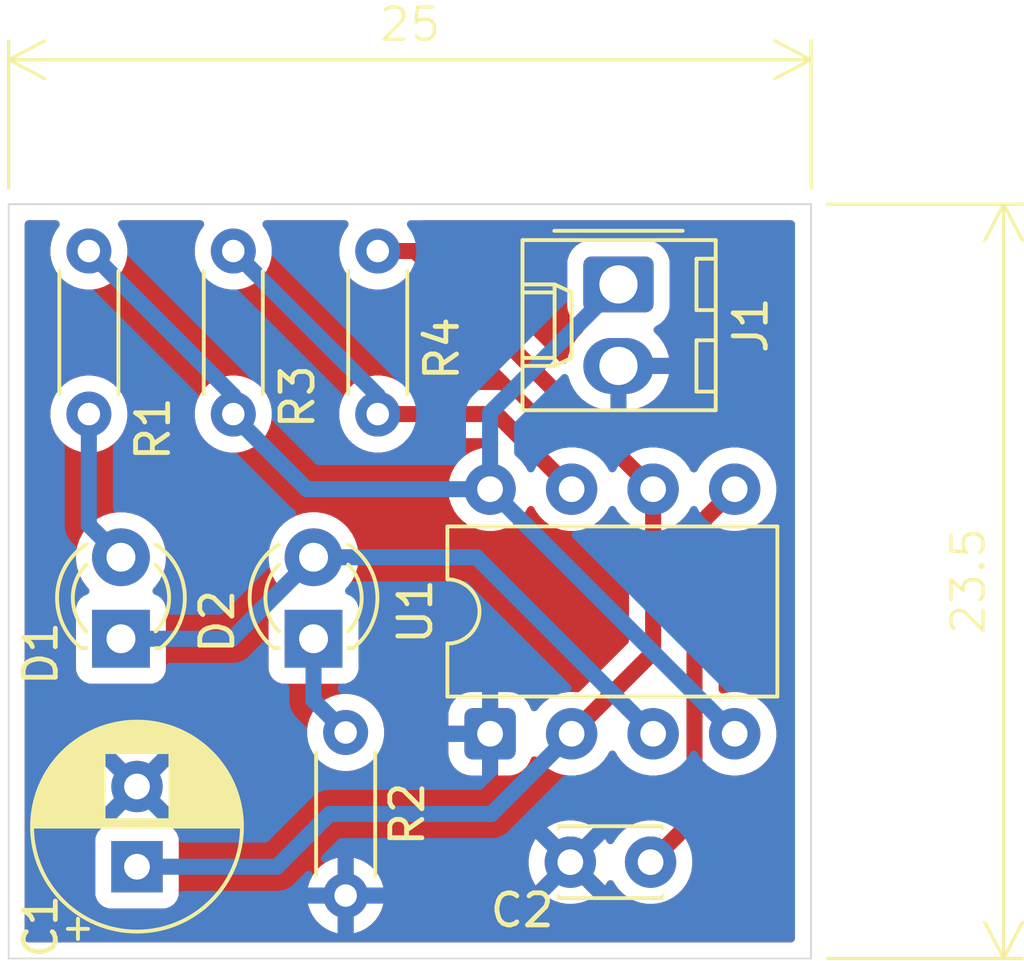
<source format=kicad_pcb>
(kicad_pcb (version 20241229) (generator "pcbnew") (generator_version "9.0")
  (layers (0 "F.Cu" signal) (2 "B.Cu" signal) (13 "F.Paste" user) (15 "B.Paste" user) (5 "F.SilkS" user "F.Silkscreen") (7 "B.SilkS" user "B.Silkscreen") (1 "F.Mask" user) (3 "B.Mask" user) (25 "Edge.Cuts" user))
  (net 0 "")
  (net 1 "GND")
  (net 2 "Net-(U1-THR)")
  (net 3 "Net-(U1-CV)")
  (net 4 "Net-(D1-A)")
  (net 5 "Net-(D1-K)")
  (net 6 "Net-(D2-K)")
  (net 7 "+5V")
  (net 8 "Net-(U1-DIS)")
  (footprint "Capacitor_THT:CP_Radial_D6.3mm_P2.50mm" (layer "F.Cu") (at 131 107.64238 90)
    (property "Reference" "C1" (at -1.85762 -3 90) (layer "F.SilkS"))
    (property "Value" "10uF")
    (fp_line (start 1.33 -3.23) (end 1.33 3.23) (stroke (width 0.12)) (layer "F.SilkS"))
    (fp_line (start 1.29 -3.23) (end 1.29 3.23) (stroke (width 0.12)) (layer "F.SilkS"))
    (fp_line (start 1.25 -3.23) (end 1.25 3.23) (stroke (width 0.12)) (layer "F.SilkS"))
    (fp_line (start 1.37 -3.228) (end 1.37 3.228) (stroke (width 0.12)) (layer "F.SilkS"))
    (fp_line (start 1.41 -3.227) (end 1.41 3.227) (stroke (width 0.12)) (layer "F.SilkS"))
    (fp_line (start 1.45 -3.224) (end 1.45 3.224) (stroke (width 0.12)) (layer "F.SilkS"))
    (fp_line (start 1.49 -3.222) (end 1.49 -1.04) (stroke (width 0.12)) (layer "F.SilkS"))
    (fp_line (start 1.53 -3.218) (end 1.53 -1.04) (stroke (width 0.12)) (layer "F.SilkS"))
    (fp_line (start 1.57 -3.215) (end 1.57 -1.04) (stroke (width 0.12)) (layer "F.SilkS"))
    (fp_line (start 1.61 -3.211) (end 1.61 -1.04) (stroke (width 0.12)) (layer "F.SilkS"))
    (fp_line (start 1.65 -3.206) (end 1.65 -1.04) (stroke (width 0.12)) (layer "F.SilkS"))
    (fp_line (start 1.69 -3.201) (end 1.69 -1.04) (stroke (width 0.12)) (layer "F.SilkS"))
    (fp_line (start 1.73 -3.195) (end 1.73 -1.04) (stroke (width 0.12)) (layer "F.SilkS"))
    (fp_line (start 1.77 -3.189) (end 1.77 -1.04) (stroke (width 0.12)) (layer "F.SilkS"))
    (fp_line (start 1.81 -3.182) (end 1.81 -1.04) (stroke (width 0.12)) (layer "F.SilkS"))
    (fp_line (start 1.85 -3.175) (end 1.85 -1.04) (stroke (width 0.12)) (layer "F.SilkS"))
    (fp_line (start 1.89 -3.167) (end 1.89 -1.04) (stroke (width 0.12)) (layer "F.SilkS"))
    (fp_line (start 1.93 -3.159) (end 1.93 -1.04) (stroke (width 0.12)) (layer "F.SilkS"))
    (fp_line (start 1.971 -3.15) (end 1.971 -1.04) (stroke (width 0.12)) (layer "F.SilkS"))
    (fp_line (start 2.011 -3.141) (end 2.011 -1.04) (stroke (width 0.12)) (layer "F.SilkS"))
    (fp_line (start 2.051 -3.131) (end 2.051 -1.04) (stroke (width 0.12)) (layer "F.SilkS"))
    (fp_line (start 2.091 -3.121) (end 2.091 -1.04) (stroke (width 0.12)) (layer "F.SilkS"))
    (fp_line (start 2.131 -3.11) (end 2.131 -1.04) (stroke (width 0.12)) (layer "F.SilkS"))
    (fp_line (start 2.171 -3.098) (end 2.171 -1.04) (stroke (width 0.12)) (layer "F.SilkS"))
    (fp_line (start 2.211 -3.086) (end 2.211 -1.04) (stroke (width 0.12)) (layer "F.SilkS"))
    (fp_line (start 2.251 -3.074) (end 2.251 -1.04) (stroke (width 0.12)) (layer "F.SilkS"))
    (fp_line (start 2.291 -3.061) (end 2.291 -1.04) (stroke (width 0.12)) (layer "F.SilkS"))
    (fp_line (start 2.331 -3.047) (end 2.331 -1.04) (stroke (width 0.12)) (layer "F.SilkS"))
    (fp_line (start 2.371 -3.033) (end 2.371 -1.04) (stroke (width 0.12)) (layer "F.SilkS"))
    (fp_line (start 2.411 -3.018) (end 2.411 -1.04) (stroke (width 0.12)) (layer "F.SilkS"))
    (fp_line (start 2.451 -3.002) (end 2.451 -1.04) (stroke (width 0.12)) (layer "F.SilkS"))
    (fp_line (start 2.491 -2.986) (end 2.491 -1.04) (stroke (width 0.12)) (layer "F.SilkS"))
    (fp_line (start 2.531 -2.97) (end 2.531 -1.04) (stroke (width 0.12)) (layer "F.SilkS"))
    (fp_line (start 2.571 -2.952) (end 2.571 -1.04) (stroke (width 0.12)) (layer "F.SilkS"))
    (fp_line (start 2.611 -2.934) (end 2.611 -1.04) (stroke (width 0.12)) (layer "F.SilkS"))
    (fp_line (start 2.651 -2.916) (end 2.651 -1.04) (stroke (width 0.12)) (layer "F.SilkS"))
    (fp_line (start 2.691 -2.896) (end 2.691 -1.04) (stroke (width 0.12)) (layer "F.SilkS"))
    (fp_line (start 2.731 -2.876) (end 2.731 -1.04) (stroke (width 0.12)) (layer "F.SilkS"))
    (fp_line (start 2.771 -2.856) (end 2.771 -1.04) (stroke (width 0.12)) (layer "F.SilkS"))
    (fp_line (start 2.811 -2.834) (end 2.811 -1.04) (stroke (width 0.12)) (layer "F.SilkS"))
    (fp_line (start 2.851 -2.812) (end 2.851 -1.04) (stroke (width 0.12)) (layer "F.SilkS"))
    (fp_line (start 2.891 -2.79) (end 2.891 -1.04) (stroke (width 0.12)) (layer "F.SilkS"))
    (fp_line (start 2.931 -2.766) (end 2.931 -1.04) (stroke (width 0.12)) (layer "F.SilkS"))
    (fp_line (start 2.971 -2.742) (end 2.971 -1.04) (stroke (width 0.12)) (layer "F.SilkS"))
    (fp_line (start 3.011 -2.716) (end 3.011 -1.04) (stroke (width 0.12)) (layer "F.SilkS"))
    (fp_line (start 3.051 -2.69) (end 3.051 -1.04) (stroke (width 0.12)) (layer "F.SilkS"))
    (fp_line (start 3.091 -2.664) (end 3.091 -1.04) (stroke (width 0.12)) (layer "F.SilkS"))
    (fp_line (start 3.131 -2.636) (end 3.131 -1.04) (stroke (width 0.12)) (layer "F.SilkS"))
    (fp_line (start 3.171 -2.607) (end 3.171 -1.04) (stroke (width 0.12)) (layer "F.SilkS"))
    (fp_line (start 3.211 -2.578) (end 3.211 -1.04) (stroke (width 0.12)) (layer "F.SilkS"))
    (fp_line (start 3.251 -2.548) (end 3.251 -1.04) (stroke (width 0.12)) (layer "F.SilkS"))
    (fp_line (start 3.291 -2.516) (end 3.291 -1.04) (stroke (width 0.12)) (layer "F.SilkS"))
    (fp_line (start 3.331 -2.484) (end 3.331 -1.04) (stroke (width 0.12)) (layer "F.SilkS"))
    (fp_line (start 3.371 -2.45) (end 3.371 -1.04) (stroke (width 0.12)) (layer "F.SilkS"))
    (fp_line (start 3.411 -2.416) (end 3.411 -1.04) (stroke (width 0.12)) (layer "F.SilkS"))
    (fp_line (start 3.451 -2.38) (end 3.451 -1.04) (stroke (width 0.12)) (layer "F.SilkS"))
    (fp_line (start 3.491 -2.343) (end 3.491 -1.04) (stroke (width 0.12)) (layer "F.SilkS"))
    (fp_line (start 3.531 -2.305) (end 3.531 -1.04) (stroke (width 0.12)) (layer "F.SilkS"))
    (fp_line (start 3.571 -2.265) (end 3.571 2.265) (stroke (width 0.12)) (layer "F.SilkS"))
    (fp_line (start 3.611 -2.224) (end 3.611 2.224) (stroke (width 0.12)) (layer "F.SilkS"))
    (fp_line (start 3.651 -2.182) (end 3.651 2.182) (stroke (width 0.12)) (layer "F.SilkS"))
    (fp_line (start -1.935241 -2.154) (end -1.935241 -1.524) (stroke (width 0.12)) (layer "F.SilkS"))
    (fp_line (start 3.691 -2.137) (end 3.691 2.137) (stroke (width 0.12)) (layer "F.SilkS"))
    (fp_line (start 3.731 -2.092) (end 3.731 2.092) (stroke (width 0.12)) (layer "F.SilkS"))
    (fp_line (start 3.771 -2.044) (end 3.771 2.044) (stroke (width 0.12)) (layer "F.SilkS"))
    (fp_line (start 3.811 -1.995) (end 3.811 1.995) (stroke (width 0.12)) (layer "F.SilkS"))
    (fp_line (start 3.851 -1.944) (end 3.851 1.944) (stroke (width 0.12)) (layer "F.SilkS"))
    (fp_line (start 3.891 -1.89) (end 3.891 1.89) (stroke (width 0.12)) (layer "F.SilkS"))
    (fp_line (start -2.250241 -1.839) (end -1.620241 -1.839) (stroke (width 0.12)) (layer "F.SilkS"))
    (fp_line (start 3.931 -1.834) (end 3.931 1.834) (stroke (width 0.12)) (layer "F.SilkS"))
    (fp_line (start 3.971 -1.776) (end 3.971 1.776) (stroke (width 0.12)) (layer "F.SilkS"))
    (fp_line (start 4.011 -1.714) (end 4.011 1.714) (stroke (width 0.12)) (layer "F.SilkS"))
    (fp_line (start 4.051 -1.65) (end 4.051 1.65) (stroke (width 0.12)) (layer "F.SilkS"))
    (fp_line (start 4.091 -1.581) (end 4.091 1.581) (stroke (width 0.12)) (layer "F.SilkS"))
    (fp_line (start 4.131 -1.509) (end 4.131 1.509) (stroke (width 0.12)) (layer "F.SilkS"))
    (fp_line (start 4.171 -1.432) (end 4.171 1.432) (stroke (width 0.12)) (layer "F.SilkS"))
    (fp_line (start 4.211 -1.35) (end 4.211 1.35) (stroke (width 0.12)) (layer "F.SilkS"))
    (fp_line (start 4.251 -1.262) (end 4.251 1.262) (stroke (width 0.12)) (layer "F.SilkS"))
    (fp_line (start 4.291 -1.165) (end 4.291 1.165) (stroke (width 0.12)) (layer "F.SilkS"))
    (fp_line (start 4.331 -1.059) (end 4.331 1.059) (stroke (width 0.12)) (layer "F.SilkS"))
    (fp_line (start 4.371 -0.94) (end 4.371 0.94) (stroke (width 0.12)) (layer "F.SilkS"))
    (fp_line (start 4.411 -0.802) (end 4.411 0.802) (stroke (width 0.12)) (layer "F.SilkS"))
    (fp_line (start 4.451 -0.633) (end 4.451 0.633) (stroke (width 0.12)) (layer "F.SilkS"))
    (fp_line (start 4.491 -0.402) (end 4.491 0.402) (stroke (width 0.12)) (layer "F.SilkS"))
    (fp_line (start 3.531 1.04) (end 3.531 2.305) (stroke (width 0.12)) (layer "F.SilkS"))
    (fp_line (start 3.491 1.04) (end 3.491 2.343) (stroke (width 0.12)) (layer "F.SilkS"))
    (fp_line (start 3.451 1.04) (end 3.451 2.38) (stroke (width 0.12)) (layer "F.SilkS"))
    (fp_line (start 3.411 1.04) (end 3.411 2.416) (stroke (width 0.12)) (layer "F.SilkS"))
    (fp_line (start 3.371 1.04) (end 3.371 2.45) (stroke (width 0.12)) (layer "F.SilkS"))
    (fp_line (start 3.331 1.04) (end 3.331 2.484) (stroke (width 0.12)) (layer "F.SilkS"))
    (fp_line (start 3.291 1.04) (end 3.291 2.516) (stroke (width 0.12)) (layer "F.SilkS"))
    (fp_line (start 3.251 1.04) (end 3.251 2.548) (stroke (width 0.12)) (layer "F.SilkS"))
    (fp_line (start 3.211 1.04) (end 3.211 2.578) (stroke (width 0.12)) (layer "F.SilkS"))
    (fp_line (start 3.171 1.04) (end 3.171 2.607) (stroke (width 0.12)) (layer "F.SilkS"))
    (fp_line (start 3.131 1.04) (end 3.131 2.636) (stroke (width 0.12)) (layer "F.SilkS"))
    (fp_line (start 3.091 1.04) (end 3.091 2.664) (stroke (width 0.12)) (layer "F.SilkS"))
    (fp_line (start 3.051 1.04) (end 3.051 2.69) (stroke (width 0.12)) (layer "F.SilkS"))
    (fp_line (start 3.011 1.04) (end 3.011 2.716) (stroke (width 0.12)) (layer "F.SilkS"))
    (fp_line (start 2.971 1.04) (end 2.971 2.742) (stroke (width 0.12)) (layer "F.SilkS"))
    (fp_line (start 2.931 1.04) (end 2.931 2.766) (stroke (width 0.12)) (layer "F.SilkS"))
    (fp_line (start 2.891 1.04) (end 2.891 2.79) (stroke (width 0.12)) (layer "F.SilkS"))
    (fp_line (start 2.851 1.04) (end 2.851 2.812) (stroke (width 0.12)) (layer "F.SilkS"))
    (fp_line (start 2.811 1.04) (end 2.811 2.834) (stroke (width 0.12)) (layer "F.SilkS"))
    (fp_line (start 2.771 1.04) (end 2.771 2.856) (stroke (width 0.12)) (layer "F.SilkS"))
    (fp_line (start 2.731 1.04) (end 2.731 2.876) (stroke (width 0.12)) (layer "F.SilkS"))
    (fp_line (start 2.691 1.04) (end 2.691 2.896) (stroke (width 0.12)) (layer "F.SilkS"))
    (fp_line (start 2.651 1.04) (end 2.651 2.916) (stroke (width 0.12)) (layer "F.SilkS"))
    (fp_line (start 2.611 1.04) (end 2.611 2.934) (stroke (width 0.12)) (layer "F.SilkS"))
    (fp_line (start 2.571 1.04) (end 2.571 2.952) (stroke (width 0.12)) (layer "F.SilkS"))
    (fp_line (start 2.531 1.04) (end 2.531 2.97) (stroke (width 0.12)) (layer "F.SilkS"))
    (fp_line (start 2.491 1.04) (end 2.491 2.986) (stroke (width 0.12)) (layer "F.SilkS"))
    (fp_line (start 2.451 1.04) (end 2.451 3.002) (stroke (width 0.12)) (layer "F.SilkS"))
    (fp_line (start 2.411 1.04) (end 2.411 3.018) (stroke (width 0.12)) (layer "F.SilkS"))
    (fp_line (start 2.371 1.04) (end 2.371 3.033) (stroke (width 0.12)) (layer "F.SilkS"))
    (fp_line (start 2.331 1.04) (end 2.331 3.047) (stroke (width 0.12)) (layer "F.SilkS"))
    (fp_line (start 2.291 1.04) (end 2.291 3.061) (stroke (width 0.12)) (layer "F.SilkS"))
    (fp_line (start 2.251 1.04) (end 2.251 3.074) (stroke (width 0.12)) (layer "F.SilkS"))
    (fp_line (start 2.211 1.04) (end 2.211 3.086) (stroke (width 0.12)) (layer "F.SilkS"))
    (fp_line (start 2.171 1.04) (end 2.171 3.098) (stroke (width 0.12)) (layer "F.SilkS"))
    (fp_line (start 2.131 1.04) (end 2.131 3.11) (stroke (width 0.12)) (layer "F.SilkS"))
    (fp_line (start 2.091 1.04) (end 2.091 3.121) (stroke (width 0.12)) (layer "F.SilkS"))
    (fp_line (start 2.051 1.04) (end 2.051 3.131) (stroke (width 0.12)) (layer "F.SilkS"))
    (fp_line (start 2.011 1.04) (end 2.011 3.141) (stroke (width 0.12)) (layer "F.SilkS"))
    (fp_line (start 1.971 1.04) (end 1.971 3.15) (stroke (width 0.12)) (layer "F.SilkS"))
    (fp_line (start 1.93 1.04) (end 1.93 3.159) (stroke (width 0.12)) (layer "F.SilkS"))
    (fp_line (start 1.89 1.04) (end 1.89 3.167) (stroke (width 0.12)) (layer "F.SilkS"))
    (fp_line (start 1.85 1.04) (end 1.85 3.175) (stroke (width 0.12)) (layer "F.SilkS"))
    (fp_line (start 1.81 1.04) (end 1.81 3.182) (stroke (width 0.12)) (layer "F.SilkS"))
    (fp_line (start 1.77 1.04) (end 1.77 3.189) (stroke (width 0.12)) (layer "F.SilkS"))
    (fp_line (start 1.73 1.04) (end 1.73 3.195) (stroke (width 0.12)) (layer "F.SilkS"))
    (fp_line (start 1.69 1.04) (end 1.69 3.201) (stroke (width 0.12)) (layer "F.SilkS"))
    (fp_line (start 1.65 1.04) (end 1.65 3.206) (stroke (width 0.12)) (layer "F.SilkS"))
    (fp_line (start 1.61 1.04) (end 1.61 3.211) (stroke (width 0.12)) (layer "F.SilkS"))
    (fp_line (start 1.57 1.04) (end 1.57 3.215) (stroke (width 0.12)) (layer "F.SilkS"))
    (fp_line (start 1.53 1.04) (end 1.53 3.218) (stroke (width 0.12)) (layer "F.SilkS"))
    (fp_line (start 1.49 1.04) (end 1.49 3.222) (stroke (width 0.12)) (layer "F.SilkS"))
    (fp_circle (center 1.25 0) (end 4.52 0) (stroke (width 0.12)) (fill no) (layer "F.SilkS"))
    (pad "1" thru_hole rect (at 0 0 90) (size 1.6 1.6) (drill 0.8) (layers "*.Cu" "*.Mask") (net 2 "Net-(U1-THR)"))
    (pad "2" thru_hole circle (at 2.5 0 90) (size 1.6 1.6) (drill 0.8) (layers "*.Cu" "*.Mask") (net 1 "GND"))
  )
  (footprint "LED_THT:LED_D3.0mm" (layer "F.Cu") (at 136.5 100.54 90)
    (property "Reference" "D2" (at 0.54 -3 90) (layer "F.SilkS"))
    (property "Value" "LED")
    (fp_line (start -0.29 -1.236) (end -0.29 -1.08) (stroke (width 0.12)) (layer "F.SilkS"))
    (fp_line (start -0.29 1.08) (end -0.29 1.236) (stroke (width 0.12)) (layer "F.SilkS"))
    (fp_arc (start -0.29 -1.235516) (mid 1.365624 -1.987701) (end 2.941397 -1.080061) (stroke (width 0.12)) (layer "F.SilkS"))
    (fp_arc (start 0.229039 -1.08) (mid 1.269964 -1.5) (end 2.31091 -1.080049) (stroke (width 0.12)) (layer "F.SilkS"))
    (fp_arc (start 2.31091 1.080049) (mid 1.269964 1.5) (end 0.229039 1.08) (stroke (width 0.12)) (layer "F.SilkS"))
    (fp_arc (start 2.941397 1.080061) (mid 1.365624 1.987701) (end -0.29 1.235516) (stroke (width 0.12)) (layer "F.SilkS"))
    (pad "1" thru_hole rect (at 0 0 90) (size 1.8 1.8) (drill 0.9) (layers "*.Cu" "*.Mask") (net 6 "Net-(D2-K)"))
    (pad "2" thru_hole circle (at 2.54 0 90) (size 1.8 1.8) (drill 0.9) (layers "*.Cu" "*.Mask") (net 5 "Net-(D1-K)"))
  )
  (footprint "Resistor_THT:R_Axial_DIN0204_L3.6mm_D1.6mm_P5.08mm_Horizontal" (layer "F.Cu") (at 137.5 103.46 -90)
    (property "Reference" "R2" (at 2.54 -1.92 90) (layer "F.SilkS"))
    (property "Value" "330")
    (fp_line (start 0.62 0.92) (end 4.46 0.92) (stroke (width 0.12)) (layer "F.SilkS"))
    (fp_line (start 0.62 -0.92) (end 4.46 -0.92) (stroke (width 0.12)) (layer "F.SilkS"))
    (pad "1" thru_hole circle (at 0 0 270) (size 1.4 1.4) (drill 0.7) (layers "*.Cu" "*.Mask") (net 6 "Net-(D2-K)"))
    (pad "2" thru_hole oval (at 5.08 0 270) (size 1.4 1.4) (drill 0.7) (layers "*.Cu" "*.Mask") (net 1 "GND"))
  )
  (footprint "Resistor_THT:R_Axial_DIN0204_L3.6mm_D1.6mm_P5.08mm_Horizontal" (layer "F.Cu") (at 129.5 88.46 -90)
    (property "Reference" "R1" (at 5.54 -2 90) (layer "F.SilkS"))
    (property "Value" "330")
    (fp_line (start 0.62 0.92) (end 4.46 0.92) (stroke (width 0.12)) (layer "F.SilkS"))
    (fp_line (start 0.62 -0.92) (end 4.46 -0.92) (stroke (width 0.12)) (layer "F.SilkS"))
    (pad "1" thru_hole circle (at 0 0 270) (size 1.4 1.4) (drill 0.7) (layers "*.Cu" "*.Mask") (net 7 "+5V"))
    (pad "2" thru_hole oval (at 5.08 0 270) (size 1.4 1.4) (drill 0.7) (layers "*.Cu" "*.Mask") (net 4 "Net-(D1-A)"))
  )
  (footprint "Package_DIP:DIP-8_W7.62mm" (layer "F.Cu") (at 142 103.5 90)
    (property "Reference" "U1" (at 3.81 -2.33 90) (layer "F.SilkS"))
    (property "Value" "NE555P")
    (fp_line (start 6.46 -1.33) (end 4.81 -1.33) (stroke (width 0.12)) (layer "F.SilkS"))
    (fp_line (start 2.81 -1.33) (end 1.16 -1.33) (stroke (width 0.12)) (layer "F.SilkS"))
    (fp_line (start 1.16 -1.33) (end 1.16 8.95) (stroke (width 0.12)) (layer "F.SilkS"))
    (fp_line (start 6.46 8.95) (end 6.46 -1.33) (stroke (width 0.12)) (layer "F.SilkS"))
    (fp_line (start 1.16 8.95) (end 6.46 8.95) (stroke (width 0.12)) (layer "F.SilkS"))
    (fp_arc (start 4.81 -1.33) (mid 3.81 -0.33) (end 2.81 -1.33) (stroke (width 0.12)) (layer "F.SilkS"))
    (pad "1" thru_hole roundrect (at 0 0 90) (size 1.6 1.6) (drill 0.8) (layers "*.Cu" "*.Mask") (roundrect_rratio 0.15625) (net 1 "GND"))
    (pad "2" thru_hole circle (at 0 2.54 90) (size 1.6 1.6) (drill 0.8) (layers "*.Cu" "*.Mask") (net 2 "Net-(U1-THR)"))
    (pad "3" thru_hole circle (at 0 5.08 90) (size 1.6 1.6) (drill 0.8) (layers "*.Cu" "*.Mask") (net 5 "Net-(D1-K)"))
    (pad "4" thru_hole circle (at 0 7.62 90) (size 1.6 1.6) (drill 0.8) (layers "*.Cu" "*.Mask") (net 7 "+5V"))
    (pad "5" thru_hole circle (at 7.62 7.62 90) (size 1.6 1.6) (drill 0.8) (layers "*.Cu" "*.Mask") (net 3 "Net-(U1-CV)"))
    (pad "6" thru_hole circle (at 7.62 5.08 90) (size 1.6 1.6) (drill 0.8) (layers "*.Cu" "*.Mask") (net 2 "Net-(U1-THR)"))
    (pad "7" thru_hole circle (at 7.62 2.54 90) (size 1.6 1.6) (drill 0.8) (layers "*.Cu" "*.Mask") (net 8 "Net-(U1-DIS)"))
    (pad "8" thru_hole circle (at 7.62 0 90) (size 1.6 1.6) (drill 0.8) (layers "*.Cu" "*.Mask") (net 7 "+5V"))
  )
  (footprint "Capacitor_THT:C_Disc_D3.0mm_W2.0mm_P2.50mm" (layer "F.Cu") (at 147 107.5 180)
    (property "Reference" "C2" (at 4 -1.5 0) (layer "F.SilkS"))
    (property "Value" "0.1uF")
    (fp_line (start 2.87 1.055) (end 2.87 1.12) (stroke (width 0.12)) (layer "F.SilkS"))
    (fp_line (start 2.87 -1.12) (end 2.87 -1.055) (stroke (width 0.12)) (layer "F.SilkS"))
    (fp_line (start -0.37 1.12) (end 2.87 1.12) (stroke (width 0.12)) (layer "F.SilkS"))
    (fp_line (start -0.37 1.055) (end -0.37 1.12) (stroke (width 0.12)) (layer "F.SilkS"))
    (fp_line (start -0.37 -1.12) (end 2.87 -1.12) (stroke (width 0.12)) (layer "F.SilkS"))
    (fp_line (start -0.37 -1.12) (end -0.37 -1.055) (stroke (width 0.12)) (layer "F.SilkS"))
    (pad "1" thru_hole circle (at 0 0 180) (size 1.6 1.6) (drill 0.8) (layers "*.Cu" "*.Mask") (net 3 "Net-(U1-CV)"))
    (pad "2" thru_hole circle (at 2.5 0 180) (size 1.6 1.6) (drill 0.8) (layers "*.Cu" "*.Mask") (net 1 "GND"))
  )
  (footprint "LED_THT:LED_D3.0mm" (layer "F.Cu") (at 130.5 100.54 90)
    (property "Reference" "D1" (at -0.46 -2.5 90) (layer "F.SilkS"))
    (property "Value" "LED")
    (fp_line (start -0.29 -1.236) (end -0.29 -1.08) (stroke (width 0.12)) (layer "F.SilkS"))
    (fp_line (start -0.29 1.08) (end -0.29 1.236) (stroke (width 0.12)) (layer "F.SilkS"))
    (fp_arc (start -0.29 -1.235516) (mid 1.365624 -1.987701) (end 2.941397 -1.080061) (stroke (width 0.12)) (layer "F.SilkS"))
    (fp_arc (start 0.229039 -1.08) (mid 1.269964 -1.5) (end 2.31091 -1.080049) (stroke (width 0.12)) (layer "F.SilkS"))
    (fp_arc (start 2.31091 1.080049) (mid 1.269964 1.5) (end 0.229039 1.08) (stroke (width 0.12)) (layer "F.SilkS"))
    (fp_arc (start 2.941397 1.080061) (mid 1.365624 1.987701) (end -0.29 1.235516) (stroke (width 0.12)) (layer "F.SilkS"))
    (pad "1" thru_hole rect (at 0 0 90) (size 1.8 1.8) (drill 0.9) (layers "*.Cu" "*.Mask") (net 5 "Net-(D1-K)"))
    (pad "2" thru_hole circle (at 2.54 0 90) (size 1.8 1.8) (drill 0.9) (layers "*.Cu" "*.Mask") (net 4 "Net-(D1-A)"))
  )
  (footprint "Resistor_THT:R_Axial_DIN0204_L3.6mm_D1.6mm_P5.08mm_Horizontal" (layer "F.Cu") (at 134 93.54 90)
    (property "Reference" "R3" (at 0.54 2 90) (layer "F.SilkS"))
    (property "Value" "100K")
    (fp_line (start 0.62 -0.92) (end 4.46 -0.92) (stroke (width 0.12)) (layer "F.SilkS"))
    (fp_line (start 0.62 0.92) (end 4.46 0.92) (stroke (width 0.12)) (layer "F.SilkS"))
    (pad "1" thru_hole circle (at 0 0 90) (size 1.4 1.4) (drill 0.7) (layers "*.Cu" "*.Mask") (net 7 "+5V"))
    (pad "2" thru_hole oval (at 5.08 0 90) (size 1.4 1.4) (drill 0.7) (layers "*.Cu" "*.Mask") (net 8 "Net-(U1-DIS)"))
  )
  (footprint "Connector_Molex:Molex_KK-254_AE-6410-02A_1x02_P2.54mm_Vertical" (layer "F.Cu") (at 146 89.5 -90)
    (property "Reference" "J1" (at 1.27 -4.12 90) (layer "F.SilkS"))
    (property "Value" "PWR")
    (fp_line (start -1.38 2.99) (end 3.92 2.99) (stroke (width 0.12)) (layer "F.SilkS"))
    (fp_line (start 0 2.99) (end 0 1.99) (stroke (width 0.12)) (layer "F.SilkS"))
    (fp_line (start 0.25 2.99) (end 0.25 1.99) (stroke (width 0.12)) (layer "F.SilkS"))
    (fp_line (start 2.29 2.99) (end 2.29 1.99) (stroke (width 0.12)) (layer "F.SilkS"))
    (fp_line (start 3.92 2.99) (end 3.92 -3.03) (stroke (width 0.12)) (layer "F.SilkS"))
    (fp_line (start 0 1.99) (end 2.54 1.99) (stroke (width 0.12)) (layer "F.SilkS"))
    (fp_line (start 0 1.99) (end 0.25 1.46) (stroke (width 0.12)) (layer "F.SilkS"))
    (fp_line (start 2.54 1.99) (end 2.54 2.99) (stroke (width 0.12)) (layer "F.SilkS"))
    (fp_line (start 0.25 1.46) (end 2.29 1.46) (stroke (width 0.12)) (layer "F.SilkS"))
    (fp_line (start 2.29 1.46) (end 2.54 1.99) (stroke (width 0.12)) (layer "F.SilkS"))
    (fp_line (start -1.67 -2) (end -1.67 2) (stroke (width 0.12)) (layer "F.SilkS"))
    (fp_line (start -0.8 -2.43) (end 0.8 -2.43) (stroke (width 0.12)) (layer "F.SilkS"))
    (fp_line (start 0.8 -2.43) (end 0.8 -3.03) (stroke (width 0.12)) (layer "F.SilkS"))
    (fp_line (start 1.74 -2.43) (end 3.34 -2.43) (stroke (width 0.12)) (layer "F.SilkS"))
    (fp_line (start 3.34 -2.43) (end 3.34 -3.03) (stroke (width 0.12)) (layer "F.SilkS"))
    (fp_line (start -1.38 -3.03) (end -1.38 2.99) (stroke (width 0.12)) (layer "F.SilkS"))
    (fp_line (start -0.8 -3.03) (end -0.8 -2.43) (stroke (width 0.12)) (layer "F.SilkS"))
    (fp_line (start 1.74 -3.03) (end 1.74 -2.43) (stroke (width 0.12)) (layer "F.SilkS"))
    (fp_line (start 3.92 -3.03) (end -1.38 -3.03) (stroke (width 0.12)) (layer "F.SilkS"))
    (pad "1" thru_hole roundrect (at 0 0 270) (size 1.74 2.19) (drill 1.19) (layers "*.Cu" "*.Mask") (roundrect_rratio 0.143678) (net 7 "+5V"))
    (pad "2" thru_hole oval (at 2.54 0 270) (size 1.74 2.19) (drill 1.19) (layers "*.Cu" "*.Mask") (net 1 "GND"))
  )
  (footprint "Resistor_THT:R_Axial_DIN0204_L3.6mm_D1.6mm_P5.08mm_Horizontal" (layer "F.Cu") (at 138.5 93.54 90)
    (property "Reference" "R4" (at 2.04 2 90) (layer "F.SilkS"))
    (property "Value" "50K")
    (fp_line (start 0.62 -0.92) (end 4.46 -0.92) (stroke (width 0.12)) (layer "F.SilkS"))
    (fp_line (start 0.62 0.92) (end 4.46 0.92) (stroke (width 0.12)) (layer "F.SilkS"))
    (pad "1" thru_hole circle (at 0 0 90) (size 1.4 1.4) (drill 0.7) (layers "*.Cu" "*.Mask") (net 8 "Net-(U1-DIS)"))
    (pad "2" thru_hole oval (at 5.08 0 90) (size 1.4 1.4) (drill 0.7) (layers "*.Cu" "*.Mask") (net 2 "Net-(U1-THR)"))
  )
  (gr_line (start 127 110.5) (end 127 87) (stroke (width 0.05)) (layer "Edge.Cuts"))
  (gr_line (start 152 110.5) (end 127 110.5) (stroke (width 0.05)) (layer "Edge.Cuts"))
  (gr_line (start 152 87) (end 152 110.5) (stroke (width 0.05)) (layer "Edge.Cuts"))
  (gr_line (start 127 87) (end 152 87) (stroke (width 0.05)) (layer "Edge.Cuts"))
  (dimension (type orthogonal) (layer "F.SilkS") (pts (xy 127 87) (xy 152 87)) (height -4.5) (orientation 0) (format (prefix "") (suffix "") (units 3) (units_format 0) (precision 4) (suppress_zeroes yes)) (style (thickness 0.1) (arrow_length 1.27) (text_position_mode 0) (arrow_direction outward) (extension_height 0.58642) (extension_offset 0.5) (keep_text_aligned yes)) (gr_text "25" (at 139.5 81.4 0) (layer "F.SilkS") (effects (font (size 1 1) (thickness 0.1)))))
  (dimension (type orthogonal) (layer "F.SilkS") (pts (xy 152 87) (xy 152 110.5)) (height 6) (orientation 1) (format (prefix "") (suffix "") (units 3) (units_format 0) (precision 4) (suppress_zeroes yes)) (style (thickness 0.1) (arrow_length 1.27) (text_position_mode 0) (arrow_direction outward) (extension_height 0.58642) (extension_offset 0.5) (keep_text_aligned yes)) (gr_text "23.5" (at 156.9 98.75 90) (layer "F.SilkS") (effects (font (size 1 1) (thickness 0.1)))))
  (segment (start 147.08 95.88) (end 147.08 100.96) (width 0.5) (layer "F.Cu") (net 2))
  (segment (start 147.08 100.96) (end 144.54 103.5) (width 0.5) (layer "F.Cu") (net 2))
  (segment (start 138.5 88.46) (end 139.66 88.46) (width 0.5) (layer "F.Cu") (net 2))
  (segment (start 139.66 88.46) (end 147.08 95.88) (width 0.5) (layer "F.Cu") (net 2))
  (segment (start 135.35762 107.64238) (end 137 106) (width 0.5) (layer "B.Cu") (net 2))
  (segment (start 142.04 106) (end 144.54 103.5) (width 0.5) (layer "B.Cu") (net 2))
  (segment (start 131 107.64238) (end 135.35762 107.64238) (width 0.5) (layer "B.Cu") (net 2))
  (segment (start 137 106) (end 142.04 106) (width 0.5) (layer "B.Cu") (net 2))
  (segment (start 148.369 97.131) (end 148.369 106.131) (width 0.5) (layer "F.Cu") (net 3))
  (segment (start 149.62 95.88) (end 148.369 97.131) (width 0.5) (layer "F.Cu") (net 3))
  (segment (start 148.369 106.131) (end 147 107.5) (width 0.5) (layer "F.Cu") (net 3))
  (segment (start 147 107.5) (end 147.389182 107.5) (width 0.5) (layer "B.Cu") (net 3))
  (segment (start 129.5 97) (end 130.5 98) (width 0.5) (layer "B.Cu") (net 4))
  (segment (start 129.5 93.54) (end 129.5 97) (width 0.5) (layer "B.Cu") (net 4))
  (segment (start 136.5 98) (end 141.58 98) (width 0.5) (layer "B.Cu") (net 5))
  (segment (start 133.96 100.54) (end 136.5 98) (width 0.5) (layer "B.Cu") (net 5))
  (segment (start 130.5 100.54) (end 133.96 100.54) (width 0.5) (layer "B.Cu") (net 5))
  (segment (start 141.58 98) (end 147.08 103.5) (width 0.5) (layer "B.Cu") (net 5))
  (segment (start 136.5 102.46) (end 137.5 103.46) (width 0.5) (layer "B.Cu") (net 6))
  (segment (start 136.5 100.54) (end 136.5 102.46) (width 0.5) (layer "B.Cu") (net 6))
  (segment (start 142 93.5) (end 142 95.88) (width 0.5) (layer "B.Cu") (net 7))
  (segment (start 129.5 88.46) (end 134 92.96) (width 0.5) (layer "B.Cu") (net 7))
  (segment (start 134 92.96) (end 134 93.54) (width 0.5) (layer "B.Cu") (net 7))
  (segment (start 134 93.54) (end 134 93.589397) (width 0.5) (layer "B.Cu") (net 7))
  (segment (start 149.62 103.5) (end 142 95.88) (width 0.5) (layer "B.Cu") (net 7))
  (segment (start 136.290603 95.88) (end 142 95.88) (width 0.5) (layer "B.Cu") (net 7))
  (segment (start 146 89.5) (end 142 93.5) (width 0.5) (layer "B.Cu") (net 7))
  (segment (start 134 93.589397) (end 136.290603 95.88) (width 0.5) (layer "B.Cu") (net 7))
  (segment (start 138.5 93.54) (end 142.2 93.54) (width 0.5) (layer "F.Cu") (net 8))
  (segment (start 142.2 93.54) (end 144.54 95.88) (width 0.5) (layer "F.Cu") (net 8))
  (segment (start 134 88.46) (end 138.5 92.96) (width 0.5) (layer "B.Cu") (net 8))
  (segment (start 138.5 92.96) (end 138.5 93.54) (width 0.5) (layer "B.Cu") (net 8))
  (zone (net 1) (net_name "GND") (layer "F.Cu") (connect_pads (clearance 0.5)) (min_thickness 0.25) (fill yes (thermal_gap 0.5) (thermal_bridge_width 0.5))
    (polygon (pts (xy 127 87) (xy 152 87) (xy 152 110.5) (xy 127 110.5)))
  )
  (zone (net 1) (net_name "GND") (layer "B.Cu") (priority 1) (connect_pads (clearance 0.5)) (min_thickness 0.25) (fill yes (thermal_gap 0.5) (thermal_bridge_width 0.5))
    (polygon (pts (xy 127 87) (xy 152 87) (xy 152 110.5) (xy 127 110.5)))
  )
)
</source>
